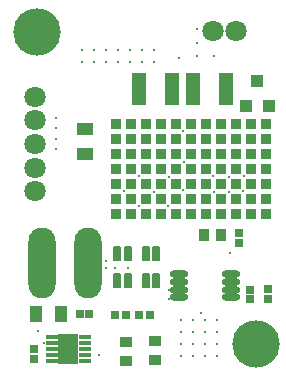
<source format=gts>
G04 Layer_Color=8388736*
%FSAX25Y25*%
%MOIN*%
G70*
G01*
G75*
G04:AMPARAMS|DCode=20|XSize=25mil|YSize=50mil|CornerRadius=3.13mil|HoleSize=0mil|Usage=FLASHONLY|Rotation=180.000|XOffset=0mil|YOffset=0mil|HoleType=Round|Shape=RoundedRectangle|*
%AMROUNDEDRECTD20*
21,1,0.02500,0.04375,0,0,180.0*
21,1,0.01875,0.05000,0,0,180.0*
1,1,0.00625,-0.00937,0.02187*
1,1,0.00625,0.00937,0.02187*
1,1,0.00625,0.00937,-0.02187*
1,1,0.00625,-0.00937,-0.02187*
%
%ADD20ROUNDEDRECTD20*%
%ADD38R,0.02572X0.02965*%
%ADD39R,0.03950X0.03556*%
%ADD40R,0.02847X0.02768*%
%ADD41R,0.02965X0.02572*%
%ADD42R,0.04540X0.11036*%
%ADD43R,0.04540X0.10642*%
%ADD44R,0.04000X0.04400*%
%ADD45R,0.03556X0.04343*%
%ADD46R,0.04343X0.01784*%
%ADD47R,0.06666X0.10249*%
%ADD48R,0.03300X0.03300*%
%ADD49O,0.06115X0.02572*%
%ADD50R,0.02768X0.02847*%
G04:AMPARAMS|DCode=51|XSize=90.68mil|YSize=236.35mil|CornerRadius=45.34mil|HoleSize=0mil|Usage=FLASHONLY|Rotation=0.000|XOffset=0mil|YOffset=0mil|HoleType=Round|Shape=RoundedRectangle|*
%AMROUNDEDRECTD51*
21,1,0.09068,0.14567,0,0,0.0*
21,1,0.00000,0.23635,0,0,0.0*
1,1,0.09068,0.00000,-0.07283*
1,1,0.09068,0.00000,-0.07283*
1,1,0.09068,0.00000,0.07283*
1,1,0.09068,0.00000,0.07283*
%
%ADD51ROUNDEDRECTD51*%
%ADD52R,0.05524X0.04343*%
%ADD53R,0.04343X0.05524*%
%ADD54C,0.07100*%
%ADD55C,0.15800*%
%ADD56C,0.01200*%
D20*
X0368252Y0296000D02*
D03*
X0364748D02*
D03*
X0377752D02*
D03*
X0374248D02*
D03*
X0368252Y0287000D02*
D03*
X0364748D02*
D03*
X0377752D02*
D03*
X0374248D02*
D03*
D38*
X0375772Y0275700D02*
D03*
X0372228D02*
D03*
X0364228D02*
D03*
X0367772D02*
D03*
D39*
X0377300Y0260750D02*
D03*
Y0267050D02*
D03*
X0367642Y0260484D02*
D03*
Y0266783D02*
D03*
D40*
X0415000Y0284343D02*
D03*
Y0281114D02*
D03*
X0405500Y0303114D02*
D03*
Y0299886D02*
D03*
X0409000Y0281000D02*
D03*
Y0284228D02*
D03*
D41*
X0336992Y0261000D02*
D03*
Y0264543D02*
D03*
D42*
X0401012Y0351000D02*
D03*
X0383012D02*
D03*
D43*
X0389988D02*
D03*
X0371988D02*
D03*
D44*
X0407760Y0345563D02*
D03*
X0415300D02*
D03*
X0411500Y0353900D02*
D03*
D45*
X0399256Y0302500D02*
D03*
X0393744D02*
D03*
D46*
X0343008Y0268437D02*
D03*
Y0266469D02*
D03*
Y0264500D02*
D03*
Y0262532D02*
D03*
Y0260563D02*
D03*
X0353992Y0268437D02*
D03*
Y0266469D02*
D03*
Y0264500D02*
D03*
Y0262532D02*
D03*
Y0260563D02*
D03*
D47*
X0348500Y0264500D02*
D03*
D48*
X0414500Y0339500D02*
D03*
Y0334500D02*
D03*
Y0329500D02*
D03*
Y0324500D02*
D03*
Y0319500D02*
D03*
Y0314500D02*
D03*
Y0309500D02*
D03*
X0409500Y0339500D02*
D03*
Y0334500D02*
D03*
Y0329500D02*
D03*
Y0324500D02*
D03*
Y0319500D02*
D03*
Y0314500D02*
D03*
Y0309500D02*
D03*
X0404500Y0339500D02*
D03*
Y0334500D02*
D03*
Y0329500D02*
D03*
Y0324500D02*
D03*
Y0319500D02*
D03*
Y0314500D02*
D03*
Y0309500D02*
D03*
X0399500Y0339500D02*
D03*
Y0334500D02*
D03*
Y0329500D02*
D03*
Y0324500D02*
D03*
Y0319500D02*
D03*
Y0314500D02*
D03*
Y0309500D02*
D03*
X0394500Y0339500D02*
D03*
Y0334500D02*
D03*
Y0329500D02*
D03*
Y0324500D02*
D03*
Y0319500D02*
D03*
Y0314500D02*
D03*
Y0309500D02*
D03*
X0389500Y0339500D02*
D03*
Y0334500D02*
D03*
Y0329500D02*
D03*
Y0324500D02*
D03*
Y0319500D02*
D03*
Y0314500D02*
D03*
Y0309500D02*
D03*
X0384500Y0339500D02*
D03*
Y0334500D02*
D03*
Y0329500D02*
D03*
Y0324500D02*
D03*
Y0319500D02*
D03*
Y0314500D02*
D03*
Y0309500D02*
D03*
X0379500Y0339500D02*
D03*
Y0334500D02*
D03*
Y0329500D02*
D03*
Y0324500D02*
D03*
Y0319500D02*
D03*
Y0314500D02*
D03*
Y0309500D02*
D03*
X0374500Y0339500D02*
D03*
Y0334500D02*
D03*
Y0329500D02*
D03*
Y0324500D02*
D03*
Y0319500D02*
D03*
Y0314500D02*
D03*
Y0309500D02*
D03*
X0369500Y0339500D02*
D03*
Y0334500D02*
D03*
Y0329500D02*
D03*
Y0324500D02*
D03*
Y0319500D02*
D03*
Y0314500D02*
D03*
Y0309500D02*
D03*
X0364500Y0339500D02*
D03*
Y0334500D02*
D03*
Y0329500D02*
D03*
Y0324500D02*
D03*
Y0319500D02*
D03*
Y0314500D02*
D03*
Y0309500D02*
D03*
D49*
X0385240Y0289339D02*
D03*
Y0286780D02*
D03*
Y0284221D02*
D03*
Y0281661D02*
D03*
X0402760Y0289339D02*
D03*
Y0286780D02*
D03*
Y0284221D02*
D03*
Y0281661D02*
D03*
D50*
X0355500Y0276000D02*
D03*
X0352272D02*
D03*
D51*
X0339823Y0293000D02*
D03*
X0355177D02*
D03*
D52*
X0354000Y0337634D02*
D03*
Y0329366D02*
D03*
D53*
X0337866Y0276000D02*
D03*
X0346134D02*
D03*
D54*
X0396626Y0370500D02*
D03*
X0404500D02*
D03*
X0337500Y0316952D02*
D03*
Y0324852D02*
D03*
Y0332752D02*
D03*
Y0340626D02*
D03*
Y0348500D02*
D03*
D55*
X0411000Y0266000D02*
D03*
X0338000Y0370000D02*
D03*
D56*
X0340400Y0266500D02*
D03*
X0338400Y0270400D02*
D03*
X0402300Y0296346D02*
D03*
X0402760Y0281661D02*
D03*
X0404500Y0309500D02*
D03*
X0394000Y0274000D02*
D03*
X0398000D02*
D03*
X0392700Y0276500D02*
D03*
X0382000Y0281000D02*
D03*
X0382202Y0284000D02*
D03*
X0386000Y0274000D02*
D03*
X0390000D02*
D03*
X0377300Y0260750D02*
D03*
X0367642Y0260484D02*
D03*
X0340000Y0284000D02*
D03*
X0389500Y0309500D02*
D03*
X0379500Y0329000D02*
D03*
X0414500Y0319500D02*
D03*
X0347500Y0268000D02*
D03*
X0349500D02*
D03*
X0347500Y0265500D02*
D03*
X0349500D02*
D03*
X0346000Y0277000D02*
D03*
Y0274500D02*
D03*
X0336992Y0261000D02*
D03*
X0364500Y0329500D02*
D03*
X0369500D02*
D03*
Y0324500D02*
D03*
X0364500D02*
D03*
Y0319500D02*
D03*
X0369500D02*
D03*
Y0314500D02*
D03*
X0364500D02*
D03*
Y0309500D02*
D03*
X0369500D02*
D03*
X0374500D02*
D03*
Y0314500D02*
D03*
Y0319500D02*
D03*
Y0324500D02*
D03*
X0379500Y0319500D02*
D03*
Y0314500D02*
D03*
Y0309500D02*
D03*
X0384000D02*
D03*
X0384500Y0314500D02*
D03*
Y0319500D02*
D03*
Y0329500D02*
D03*
X0389500D02*
D03*
Y0334500D02*
D03*
Y0339500D02*
D03*
X0384500D02*
D03*
Y0334500D02*
D03*
X0389500Y0324500D02*
D03*
X0394500Y0314500D02*
D03*
Y0324500D02*
D03*
X0399500D02*
D03*
Y0314500D02*
D03*
X0404500D02*
D03*
X0409500Y0324500D02*
D03*
X0414500D02*
D03*
X0404500D02*
D03*
X0409500Y0314500D02*
D03*
X0414500Y0309500D02*
D03*
X0394500D02*
D03*
X0383012Y0351000D02*
D03*
X0389988D02*
D03*
X0385500Y0361500D02*
D03*
X0391500Y0366500D02*
D03*
Y0362000D02*
D03*
X0397000D02*
D03*
X0391500Y0371000D02*
D03*
X0344500Y0341500D02*
D03*
Y0338000D02*
D03*
Y0334500D02*
D03*
Y0331000D02*
D03*
X0354000Y0329366D02*
D03*
X0398000Y0270000D02*
D03*
X0394000D02*
D03*
X0390000D02*
D03*
X0386000D02*
D03*
X0398000Y0266000D02*
D03*
X0394000D02*
D03*
X0390000D02*
D03*
X0386000D02*
D03*
X0398000Y0262000D02*
D03*
X0394000D02*
D03*
X0390000D02*
D03*
X0386000D02*
D03*
X0353000Y0360000D02*
D03*
X0357000D02*
D03*
X0361000D02*
D03*
X0365000D02*
D03*
X0369000D02*
D03*
X0373000D02*
D03*
X0377000D02*
D03*
Y0364000D02*
D03*
X0373000D02*
D03*
X0369000D02*
D03*
X0365000D02*
D03*
X0361000D02*
D03*
X0357000D02*
D03*
X0353000D02*
D03*
X0361100Y0293700D02*
D03*
Y0291500D02*
D03*
X0364100D02*
D03*
X0368300D02*
D03*
X0364500Y0339500D02*
D03*
X0369500D02*
D03*
X0374500D02*
D03*
X0379500D02*
D03*
X0364500Y0334500D02*
D03*
X0369500D02*
D03*
X0374500D02*
D03*
X0379500D02*
D03*
X0374500Y0329500D02*
D03*
X0394500Y0339500D02*
D03*
X0399500D02*
D03*
X0394500Y0334500D02*
D03*
X0399500D02*
D03*
X0404500D02*
D03*
Y0329500D02*
D03*
X0399500D02*
D03*
X0394500D02*
D03*
X0404500Y0339500D02*
D03*
X0409500D02*
D03*
X0414500D02*
D03*
Y0334500D02*
D03*
Y0329500D02*
D03*
X0409500Y0334500D02*
D03*
Y0329500D02*
D03*
Y0309500D02*
D03*
X0399500D02*
D03*
X0414500Y0314500D02*
D03*
X0358631Y0262500D02*
D03*
X0379500Y0324500D02*
D03*
X0366900Y0317200D02*
D03*
X0371900Y0312000D02*
D03*
Y0322100D02*
D03*
X0376900Y0316900D02*
D03*
X0381700Y0312200D02*
D03*
X0386800Y0317300D02*
D03*
X0381900Y0321800D02*
D03*
X0386900Y0326900D02*
D03*
X0386800Y0337200D02*
D03*
X0396800Y0322100D02*
D03*
X0401900Y0321800D02*
D03*
X0407000Y0322100D02*
D03*
X0406800Y0317000D02*
D03*
X0401900Y0316900D02*
D03*
X0396900D02*
D03*
M02*

</source>
